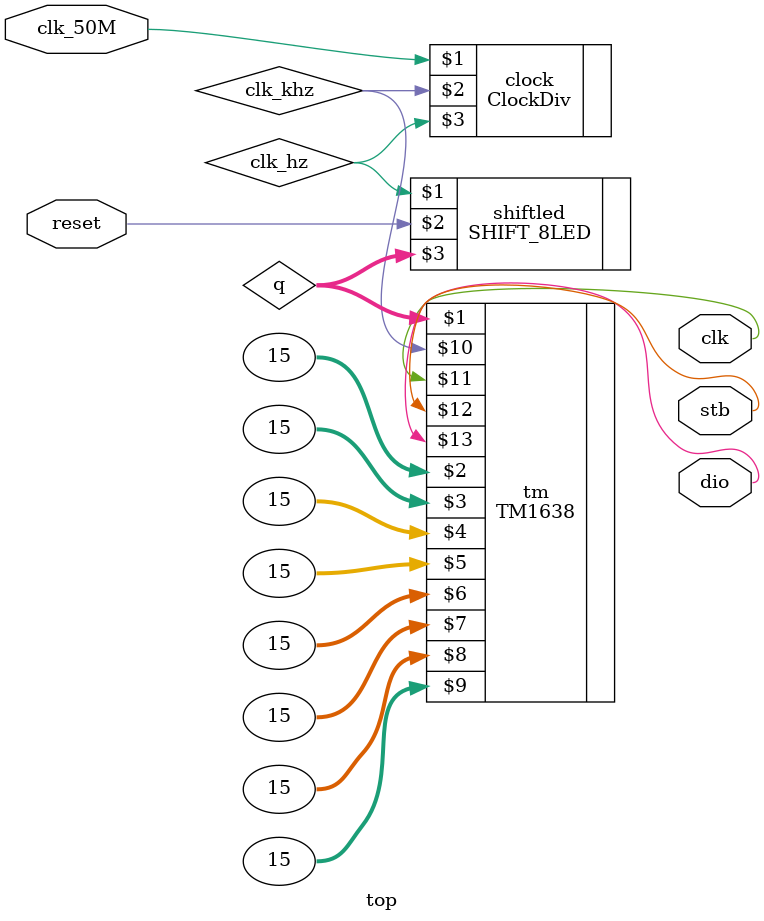
<source format=v>
`timescale 1ns / 1ps
module top(input clk_50M,
input reset,
output wire clk,
 output wire stb,
 output wire dio
 );
wire clk_khz,clk_hz;
wire [7:0] q;

ClockDiv clock (clk_50M, clk_khz,clk_hz) ;
SHIFT_8LED shiftled(clk_hz,reset,q);

TM1638 tm (q,15,15,15,15,15,15,15,15,
clk_khz,
 clk,
 stb,
 dio
 );
endmodule

</source>
